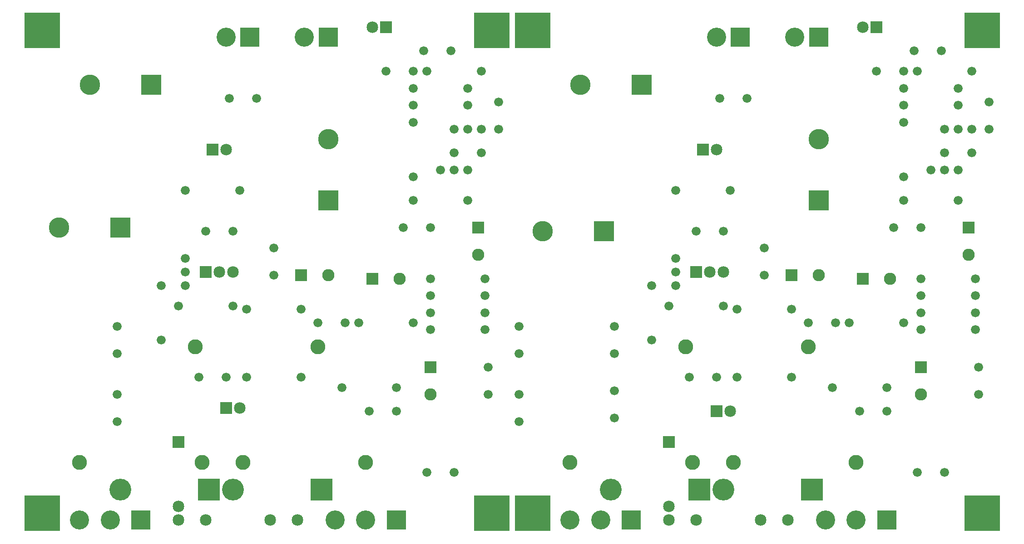
<source format=gbs>
G04*
G04 Format:               Gerber RS-274X*
G04 Layer:                BottomSolderMask*
G04 This File Name:       5 T-Amp - Stereo.gbs*
G04 Source File Name:     5 T-Amp - Stereo.pcb*
G04 Unique ID:            d75ead66-c978-456b-9cef-1a1cc5206c06*
G04 Generated Date:       Sunday, 16 June 2024 14:33:59*
G04*
G04 Created Using:        Robot Room Copper Connection v2.7.5443*
G04 Software Contact:     http://www.robotroom.com/CopperConnection/Support.aspx*
G04 License Number:       1685*
G04 Student Edition:      true*
G04*
G04 Zero Suppression:     Leading*
G04 Number Precision:     2.4*
G04*
G04 Polarity:             Negative. Dark is solderable. Clear space is coating.*
G04*
%FSLAX24Y24*%
%MOIN*%
%LNBottomSolderMask*%
%ADD10C,.066*%
%ADD11C,.085*%
%ADD12C,.09*%
%ADD13C,.11*%
%ADD14C,.14*%
%ADD15C,.15*%
%ADD16C,.16*%
%ADD17R,.006X.006*%
%ADD18R,.085X.085*%
%ADD19R,.09X.09*%
%ADD20R,.14X.14*%
%ADD21R,.15X.15*%
%ADD22R,.16X.16*%
%ADD23R,.26X.26*%
D10*
G01X48000Y20250D03*
X64750Y32750D03*
X68750D03*
Y31500D03*
X64750D03*
X66000Y16250D03*
X70000D03*
X66000Y15000D03*
X70000D03*
Y17500D03*
X66000D03*
X63500Y10750D03*
X59500D03*
X56500Y11500D03*
X52500D03*
X51500Y16750D03*
X47500D03*
X46250Y18250D03*
Y14250D03*
X70000Y18750D03*
X66000D03*
X64750Y15500D03*
X69750Y34000D03*
X65750D03*
X68750Y24500D03*
X64750D03*
Y30250D03*
Y26250D03*
Y34000D03*
X62750D03*
X65500Y35500D03*
X67500D03*
X67750Y28000D03*
X69750D03*
X63500Y9000D03*
X61500D03*
X51000Y11500D03*
X49000D03*
X54500Y19000D03*
Y21000D03*
X57750Y15500D03*
X59750D03*
X64000Y22500D03*
X66000D03*
X71000Y29750D03*
Y31750D03*
X53250Y32000D03*
X51250D03*
X56500Y16500D03*
X52500D03*
X36500Y13250D03*
Y15250D03*
X60750Y15500D03*
X48000Y19250D03*
Y18250D03*
X67750Y29750D03*
X68750D03*
X69750D03*
X66750Y26750D03*
X67750D03*
X68750D03*
X36500Y8250D03*
X51500Y22250D03*
X49500D03*
X43500Y13250D03*
Y15250D03*
Y8500D03*
Y10500D03*
X67750Y4500D03*
X65750D03*
X70250Y10250D03*
Y12250D03*
X36500Y10250D03*
X52000Y25250D03*
X48000D03*
X12000Y20250D03*
Y19250D03*
Y18250D03*
X28750Y32750D03*
X32750D03*
Y31500D03*
X28750D03*
X30000Y16250D03*
X34000D03*
X30000Y15000D03*
X34000D03*
Y17500D03*
X30000D03*
X27500Y10750D03*
X23500D03*
X20500Y11500D03*
X16500D03*
X15500Y16750D03*
X11500D03*
X10250Y18250D03*
Y14250D03*
X34000Y18750D03*
X30000D03*
X28750Y15500D03*
X24750D03*
X33750Y34000D03*
X29750D03*
X32750Y24500D03*
X28750D03*
Y30250D03*
Y26250D03*
Y34000D03*
X26750D03*
X29500Y35500D03*
X31500D03*
X31750Y28000D03*
X33750D03*
X27500Y9000D03*
X25500D03*
X15000Y11500D03*
X13000D03*
X18500Y19000D03*
Y21000D03*
X21750Y15500D03*
X23750D03*
X28000Y22500D03*
X30000D03*
X35000Y29750D03*
Y31750D03*
X17250Y32000D03*
X15250D03*
X20500Y16500D03*
X16500D03*
X31750Y29750D03*
X32750D03*
X33750D03*
X30750Y26750D03*
X31750D03*
X32750D03*
X15500Y22250D03*
X13500D03*
X7000Y13250D03*
Y15250D03*
Y8250D03*
Y10250D03*
X31750Y4500D03*
X29750D03*
X34250Y10250D03*
Y12250D03*
X16000Y25250D03*
X12000D03*
D11*
X50500Y19250D03*
X51500D03*
X56250Y1000D03*
X61750Y37250D03*
X52000Y9000D03*
X54250Y1000D03*
X20250D03*
X49500D03*
X51000Y28250D03*
X14500Y19250D03*
X15500D03*
X25750Y37250D03*
X47500Y2000D03*
Y1000D03*
X18250D03*
X13500D03*
X16000Y9250D03*
X15000Y28250D03*
X11500Y1000D03*
Y2000D03*
D12*
X69500Y20500D03*
X58500Y19000D03*
X66000Y10250D03*
X63750Y18750D03*
X33500Y20500D03*
X22500Y19000D03*
X30000Y10250D03*
X27750Y18750D03*
D13*
X49250Y5250D03*
X40250D03*
X61250D03*
X52250D03*
X48750Y13750D03*
X57750D03*
X13250Y5250D03*
X4250D03*
X25250D03*
X16250D03*
X12750Y13750D03*
X21750D03*
D14*
X56750Y36500D03*
X42500Y1000D03*
X40250D03*
X61250D03*
X59000D03*
X51000Y36500D03*
X6500Y1000D03*
X4250D03*
X20750Y36500D03*
X15000D03*
X25250Y1000D03*
X23000D03*
D15*
X41000Y33000D03*
X38250Y22250D03*
X5000Y33000D03*
X2750Y22500D03*
X22500Y29000D03*
X58500D03*
D16*
X7250Y3250D03*
X15500D03*
X51500D03*
X43250D03*
D18*
X49500Y19250D03*
X62750Y37250D03*
X51000Y9000D03*
X50000Y28250D03*
X13500Y19250D03*
X26750Y37250D03*
X47500Y6750D03*
X15000Y9250D03*
X14000Y28250D03*
X11500Y6750D03*
D19*
X69500Y22500D03*
X56500Y19000D03*
X66000Y12250D03*
X61750Y18750D03*
X33500Y22500D03*
X20500Y19000D03*
X30000Y12250D03*
X25750Y18750D03*
D20*
X44750Y1000D03*
X58500Y36500D03*
X52750D03*
X63500Y1000D03*
X8750D03*
X22500Y36500D03*
X16750D03*
X27500Y1000D03*
D21*
X45500Y33000D03*
X42750Y22250D03*
X58500Y24500D03*
X9500Y33000D03*
X7250Y22500D03*
X22500Y24500D03*
D22*
X13750Y3250D03*
X22000D03*
X58000D03*
X49750D03*
D23*
X70500Y1500D03*
Y37000D03*
X37500Y1500D03*
Y37000D03*
X34500Y1500D03*
Y37000D03*
X1500Y1500D03*
Y37000D03*
M02*

</source>
